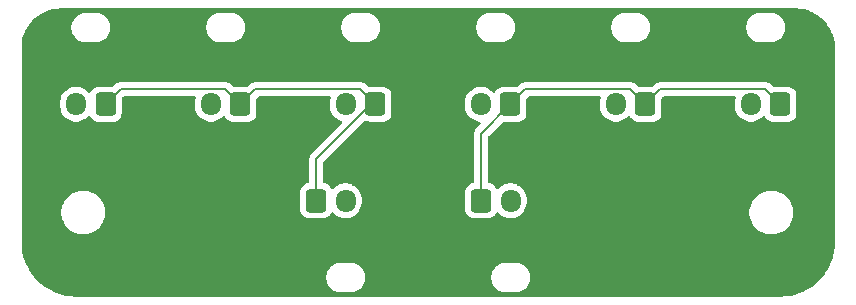
<source format=gbr>
%TF.GenerationSoftware,KiCad,Pcbnew,9.0.1*%
%TF.CreationDate,2025-04-23T20:11:47+09:00*%
%TF.ProjectId,RDC_Humanoid_CAN_chain,5244435f-4875-46d6-916e-6f69645f4341,rev?*%
%TF.SameCoordinates,Original*%
%TF.FileFunction,Copper,L2,Bot*%
%TF.FilePolarity,Positive*%
%FSLAX46Y46*%
G04 Gerber Fmt 4.6, Leading zero omitted, Abs format (unit mm)*
G04 Created by KiCad (PCBNEW 9.0.1) date 2025-04-23 20:11:47*
%MOMM*%
%LPD*%
G01*
G04 APERTURE LIST*
G04 Aperture macros list*
%AMRoundRect*
0 Rectangle with rounded corners*
0 $1 Rounding radius*
0 $2 $3 $4 $5 $6 $7 $8 $9 X,Y pos of 4 corners*
0 Add a 4 corners polygon primitive as box body*
4,1,4,$2,$3,$4,$5,$6,$7,$8,$9,$2,$3,0*
0 Add four circle primitives for the rounded corners*
1,1,$1+$1,$2,$3*
1,1,$1+$1,$4,$5*
1,1,$1+$1,$6,$7*
1,1,$1+$1,$8,$9*
0 Add four rect primitives between the rounded corners*
20,1,$1+$1,$2,$3,$4,$5,0*
20,1,$1+$1,$4,$5,$6,$7,0*
20,1,$1+$1,$6,$7,$8,$9,0*
20,1,$1+$1,$8,$9,$2,$3,0*%
G04 Aperture macros list end*
%TA.AperFunction,ComponentPad*%
%ADD10RoundRect,0.250000X-0.600000X-0.725000X0.600000X-0.725000X0.600000X0.725000X-0.600000X0.725000X0*%
%TD*%
%TA.AperFunction,ComponentPad*%
%ADD11O,1.700000X1.950000*%
%TD*%
%TA.AperFunction,ComponentPad*%
%ADD12RoundRect,0.250000X0.600000X0.725000X-0.600000X0.725000X-0.600000X-0.725000X0.600000X-0.725000X0*%
%TD*%
%TA.AperFunction,ViaPad*%
%ADD13C,0.600000*%
%TD*%
%TA.AperFunction,Conductor*%
%ADD14C,0.200000*%
%TD*%
G04 APERTURE END LIST*
D10*
%TO.P,J2,1,Pin_1*%
%TO.N,/L_Root_CAN_L*%
X63930000Y-93990000D03*
D11*
%TO.P,J2,2,Pin_2*%
%TO.N,/L_Root_CAN_H*%
X66430000Y-93990000D03*
%TO.P,J2,3,Pin_3*%
%TO.N,GND*%
X68930000Y-93990000D03*
%TD*%
D12*
%TO.P,J6,1,Pin_1*%
%TO.N,/L_Root_CAN_L*%
X89270000Y-85820000D03*
D11*
%TO.P,J6,2,Pin_2*%
%TO.N,/L_Root_CAN_H*%
X86770000Y-85820000D03*
%TD*%
D12*
%TO.P,J8,1,Pin_1*%
%TO.N,/L_Root_CAN_L*%
X66410000Y-85820000D03*
D11*
%TO.P,J8,2,Pin_2*%
%TO.N,/L_Root_CAN_H*%
X63910000Y-85820000D03*
%TD*%
D12*
%TO.P,J4,1,Pin_1*%
%TO.N,/R_Root_CAN_L*%
X43550000Y-85820000D03*
D11*
%TO.P,J4,2,Pin_2*%
%TO.N,/R_Root_CAN_H*%
X41050000Y-85820000D03*
%TD*%
D12*
%TO.P,J5,1,Pin_1*%
%TO.N,/R_Root_CAN_L*%
X32140000Y-85820000D03*
D11*
%TO.P,J5,2,Pin_2*%
%TO.N,/R_Root_CAN_H*%
X29640000Y-85820000D03*
%TD*%
D12*
%TO.P,J3,1,Pin_1*%
%TO.N,/R_Root_CAN_L*%
X54980000Y-85820000D03*
D11*
%TO.P,J3,2,Pin_2*%
%TO.N,/R_Root_CAN_H*%
X52480000Y-85820000D03*
%TD*%
D12*
%TO.P,J7,1,Pin_1*%
%TO.N,/L_Root_CAN_L*%
X77840000Y-85820000D03*
D11*
%TO.P,J7,2,Pin_2*%
%TO.N,/L_Root_CAN_H*%
X75340000Y-85820000D03*
%TD*%
D10*
%TO.P,J1,1,Pin_1*%
%TO.N,/R_Root_CAN_L*%
X49960000Y-93990000D03*
D11*
%TO.P,J1,2,Pin_2*%
%TO.N,/R_Root_CAN_H*%
X52460000Y-93990000D03*
%TO.P,J1,3,Pin_3*%
%TO.N,GND*%
X54960000Y-93990000D03*
%TD*%
D13*
%TO.N,GND*%
X59750000Y-90500000D03*
X62250000Y-92500000D03*
X67750000Y-87500000D03*
X90750000Y-87250000D03*
X79500000Y-97500000D03*
X42750000Y-83500000D03*
X54250000Y-87500000D03*
X80000000Y-83500000D03*
X73250000Y-101250000D03*
X38750000Y-78750000D03*
X51500000Y-95500000D03*
X45250000Y-85500000D03*
X54000000Y-83500000D03*
X38250000Y-83500000D03*
X84750000Y-90750000D03*
X57000000Y-78750000D03*
X93000000Y-80750000D03*
X57000000Y-91500000D03*
X68250000Y-85500000D03*
X53250000Y-92500000D03*
X63500000Y-87500000D03*
X67250000Y-83500000D03*
X79000000Y-91000000D03*
X65500000Y-95500000D03*
X67250000Y-92500000D03*
X75750000Y-83500000D03*
X76500000Y-87250000D03*
X49750000Y-101352160D03*
X56750000Y-85750000D03*
X62250000Y-85750000D03*
X47750000Y-88000000D03*
X88000000Y-87500000D03*
X73500000Y-85500000D03*
X85000000Y-85500000D03*
X48500000Y-92500000D03*
X73500000Y-97000000D03*
X26000000Y-98250000D03*
X65500000Y-92500000D03*
X93000000Y-88750000D03*
X50250000Y-83500000D03*
X84750000Y-97500000D03*
X78500000Y-101250000D03*
X83750000Y-101250000D03*
X83750000Y-83500000D03*
X62500000Y-95750000D03*
X90750000Y-84250000D03*
X50750000Y-85500000D03*
X28000000Y-78750000D03*
X61250000Y-78750000D03*
X59750000Y-96750000D03*
X79500000Y-85500000D03*
X88000000Y-83500000D03*
X69250000Y-101250000D03*
X56500000Y-101250000D03*
X26000000Y-89500000D03*
X71250000Y-83500000D03*
X80500000Y-78750000D03*
X84250000Y-78750000D03*
X26000000Y-93750000D03*
X73250000Y-90750000D03*
X62250000Y-101250000D03*
X26000000Y-85250000D03*
X45750000Y-78750000D03*
X89500000Y-101250000D03*
X51500000Y-87250000D03*
X49750000Y-78750000D03*
X30000000Y-84000000D03*
X30750000Y-87250000D03*
X93000000Y-98250000D03*
X33500000Y-78750000D03*
X33750000Y-83500000D03*
X26000000Y-81000000D03*
X51500000Y-92500000D03*
X69250000Y-78500000D03*
X39250000Y-85500000D03*
X29750000Y-101250000D03*
X46250000Y-83500000D03*
X65250000Y-88500000D03*
X36500000Y-87750000D03*
X28000000Y-86250000D03*
X48750000Y-95500000D03*
X33750000Y-85500000D03*
X64250000Y-84000000D03*
X73000000Y-78750000D03*
X34500000Y-101500000D03*
X34436261Y-96500000D03*
X46000000Y-101250000D03*
X46000000Y-97500000D03*
X46000000Y-91250000D03*
X34500000Y-91250000D03*
%TD*%
D14*
%TO.N,/R_Root_CAN_L*%
X33415000Y-84545000D02*
X42275000Y-84545000D01*
X44825000Y-84545000D02*
X53705000Y-84545000D01*
X32140000Y-85820000D02*
X33415000Y-84545000D01*
X42275000Y-84545000D02*
X43550000Y-85820000D01*
X53705000Y-84545000D02*
X54980000Y-85820000D01*
X49960000Y-93990000D02*
X49960000Y-90480000D01*
X43550000Y-85820000D02*
X44825000Y-84545000D01*
X49960000Y-90480000D02*
X54980000Y-85460000D01*
%TO.N,/L_Root_CAN_L*%
X63930000Y-93990000D02*
X63930000Y-88300000D01*
X63930000Y-88300000D02*
X66410000Y-85820000D01*
X67685000Y-84545000D02*
X66410000Y-85820000D01*
X76565000Y-84545000D02*
X67685000Y-84545000D01*
X79115000Y-84545000D02*
X77840000Y-85820000D01*
X89270000Y-85820000D02*
X87995000Y-84545000D01*
X77840000Y-85820000D02*
X76565000Y-84545000D01*
X87995000Y-84545000D02*
X79115000Y-84545000D01*
%TD*%
%TA.AperFunction,Conductor*%
%TO.N,GND*%
G36*
X90563243Y-77705669D02*
G01*
X90899450Y-77723290D01*
X90912358Y-77724647D01*
X91241677Y-77776806D01*
X91254342Y-77779497D01*
X91576422Y-77865798D01*
X91588749Y-77869803D01*
X91900038Y-77989296D01*
X91911873Y-77994565D01*
X92208976Y-78145947D01*
X92220191Y-78152423D01*
X92499832Y-78334023D01*
X92510313Y-78341638D01*
X92712484Y-78505352D01*
X92769441Y-78551475D01*
X92779086Y-78560160D01*
X93014839Y-78795913D01*
X93023524Y-78805558D01*
X93233359Y-79064683D01*
X93240978Y-79075171D01*
X93422573Y-79354802D01*
X93429055Y-79366029D01*
X93554805Y-79612826D01*
X93580429Y-79663115D01*
X93585708Y-79674972D01*
X93705193Y-79986241D01*
X93709204Y-79998586D01*
X93782953Y-80273825D01*
X93795498Y-80320642D01*
X93798196Y-80333337D01*
X93850352Y-80662641D01*
X93851709Y-80675549D01*
X93869330Y-81011756D01*
X93869500Y-81018246D01*
X93869500Y-97522293D01*
X93869382Y-97527702D01*
X93852310Y-97918723D01*
X93851367Y-97929500D01*
X93800634Y-98314848D01*
X93798756Y-98325501D01*
X93714628Y-98704978D01*
X93711828Y-98715427D01*
X93594949Y-99086120D01*
X93591249Y-99096285D01*
X93442507Y-99455381D01*
X93437935Y-99465185D01*
X93258465Y-99809942D01*
X93253057Y-99819310D01*
X93044213Y-100147130D01*
X93038008Y-100155991D01*
X92801394Y-100464353D01*
X92794440Y-100472640D01*
X92531853Y-100759204D01*
X92524204Y-100766853D01*
X92237640Y-101029440D01*
X92229353Y-101036394D01*
X91920991Y-101273008D01*
X91912130Y-101279213D01*
X91584310Y-101488057D01*
X91574942Y-101493465D01*
X91230185Y-101672935D01*
X91220381Y-101677507D01*
X90861285Y-101826249D01*
X90851120Y-101829949D01*
X90480427Y-101946828D01*
X90469978Y-101949628D01*
X90090501Y-102033756D01*
X90079848Y-102035634D01*
X89694500Y-102086367D01*
X89683723Y-102087310D01*
X89292703Y-102104382D01*
X89287294Y-102104500D01*
X29602706Y-102104500D01*
X29597297Y-102104382D01*
X29206276Y-102087310D01*
X29195501Y-102086367D01*
X29106792Y-102074688D01*
X28810151Y-102035634D01*
X28799498Y-102033756D01*
X28420021Y-101949628D01*
X28409572Y-101946828D01*
X28038879Y-101829949D01*
X28028714Y-101826249D01*
X27669618Y-101677507D01*
X27659814Y-101672935D01*
X27315057Y-101493465D01*
X27305689Y-101488057D01*
X26977869Y-101279213D01*
X26969008Y-101273008D01*
X26660646Y-101036394D01*
X26652359Y-101029440D01*
X26365795Y-100766853D01*
X26358146Y-100759204D01*
X26095559Y-100472640D01*
X26088597Y-100464343D01*
X26086943Y-100462187D01*
X26086942Y-100462186D01*
X26032762Y-100391577D01*
X50809500Y-100391577D01*
X50809500Y-100588422D01*
X50840290Y-100782826D01*
X50901117Y-100970029D01*
X50934932Y-101036394D01*
X50990476Y-101145405D01*
X51106172Y-101304646D01*
X51245354Y-101443828D01*
X51404595Y-101559524D01*
X51487455Y-101601743D01*
X51579970Y-101648882D01*
X51579972Y-101648882D01*
X51579975Y-101648884D01*
X51653996Y-101672935D01*
X51767173Y-101709709D01*
X51961578Y-101740500D01*
X51961583Y-101740500D01*
X52958422Y-101740500D01*
X53152826Y-101709709D01*
X53340025Y-101648884D01*
X53515405Y-101559524D01*
X53674646Y-101443828D01*
X53813828Y-101304646D01*
X53929524Y-101145405D01*
X54018884Y-100970025D01*
X54079709Y-100782826D01*
X54083450Y-100759204D01*
X54110500Y-100588422D01*
X54110500Y-100391577D01*
X64779500Y-100391577D01*
X64779500Y-100588422D01*
X64810290Y-100782826D01*
X64871117Y-100970029D01*
X64904932Y-101036394D01*
X64960476Y-101145405D01*
X65076172Y-101304646D01*
X65215354Y-101443828D01*
X65374595Y-101559524D01*
X65457455Y-101601743D01*
X65549970Y-101648882D01*
X65549972Y-101648882D01*
X65549975Y-101648884D01*
X65623996Y-101672935D01*
X65737173Y-101709709D01*
X65931578Y-101740500D01*
X65931583Y-101740500D01*
X66928422Y-101740500D01*
X67122826Y-101709709D01*
X67310025Y-101648884D01*
X67485405Y-101559524D01*
X67644646Y-101443828D01*
X67783828Y-101304646D01*
X67899524Y-101145405D01*
X67988884Y-100970025D01*
X68049709Y-100782826D01*
X68053450Y-100759204D01*
X68080500Y-100588422D01*
X68080500Y-100391577D01*
X68049709Y-100197173D01*
X67988882Y-100009970D01*
X67941743Y-99917455D01*
X67899524Y-99834595D01*
X67783828Y-99675354D01*
X67644646Y-99536172D01*
X67485405Y-99420476D01*
X67310029Y-99331117D01*
X67122826Y-99270290D01*
X66928422Y-99239500D01*
X66928417Y-99239500D01*
X65931583Y-99239500D01*
X65931578Y-99239500D01*
X65737173Y-99270290D01*
X65549970Y-99331117D01*
X65374594Y-99420476D01*
X65283741Y-99486485D01*
X65215354Y-99536172D01*
X65215352Y-99536174D01*
X65215351Y-99536174D01*
X65076174Y-99675351D01*
X65076174Y-99675352D01*
X65076172Y-99675354D01*
X65026485Y-99743741D01*
X64960476Y-99834594D01*
X64871117Y-100009970D01*
X64810290Y-100197173D01*
X64779500Y-100391577D01*
X54110500Y-100391577D01*
X54079709Y-100197173D01*
X54018882Y-100009970D01*
X53971743Y-99917455D01*
X53929524Y-99834595D01*
X53813828Y-99675354D01*
X53674646Y-99536172D01*
X53515405Y-99420476D01*
X53340029Y-99331117D01*
X53152826Y-99270290D01*
X52958422Y-99239500D01*
X52958417Y-99239500D01*
X51961583Y-99239500D01*
X51961578Y-99239500D01*
X51767173Y-99270290D01*
X51579970Y-99331117D01*
X51404594Y-99420476D01*
X51313741Y-99486485D01*
X51245354Y-99536172D01*
X51245352Y-99536174D01*
X51245351Y-99536174D01*
X51106174Y-99675351D01*
X51106174Y-99675352D01*
X51106172Y-99675354D01*
X51056485Y-99743741D01*
X50990476Y-99834594D01*
X50901117Y-100009970D01*
X50840290Y-100197173D01*
X50809500Y-100391577D01*
X26032762Y-100391577D01*
X25851991Y-100155991D01*
X25845786Y-100147130D01*
X25636942Y-99819310D01*
X25631534Y-99809942D01*
X25452064Y-99465185D01*
X25447492Y-99455381D01*
X25433034Y-99420476D01*
X25298744Y-99096270D01*
X25295055Y-99086135D01*
X25178168Y-98715416D01*
X25175374Y-98704990D01*
X25091241Y-98325493D01*
X25089365Y-98314848D01*
X25038630Y-97929477D01*
X25037690Y-97918742D01*
X25020618Y-97527701D01*
X25020500Y-97522293D01*
X25020500Y-94863711D01*
X28384500Y-94863711D01*
X28384500Y-95106288D01*
X28416161Y-95346785D01*
X28478947Y-95581104D01*
X28571773Y-95805205D01*
X28571776Y-95805212D01*
X28693064Y-96015289D01*
X28693066Y-96015292D01*
X28693067Y-96015293D01*
X28840733Y-96207736D01*
X28840739Y-96207743D01*
X29012256Y-96379260D01*
X29012263Y-96379266D01*
X29125321Y-96466018D01*
X29204711Y-96526936D01*
X29414788Y-96648224D01*
X29638900Y-96741054D01*
X29873211Y-96803838D01*
X30053586Y-96827584D01*
X30113711Y-96835500D01*
X30113712Y-96835500D01*
X30356289Y-96835500D01*
X30404388Y-96829167D01*
X30596789Y-96803838D01*
X30831100Y-96741054D01*
X31055212Y-96648224D01*
X31265289Y-96526936D01*
X31457738Y-96379265D01*
X31629265Y-96207738D01*
X31776936Y-96015289D01*
X31898224Y-95805212D01*
X31991054Y-95581100D01*
X32053838Y-95346789D01*
X32085500Y-95106288D01*
X32085500Y-94863712D01*
X32053838Y-94623211D01*
X31991054Y-94388900D01*
X31898224Y-94164788D01*
X31776936Y-93954711D01*
X31629265Y-93762262D01*
X31629260Y-93762256D01*
X31457743Y-93590739D01*
X31457736Y-93590733D01*
X31265293Y-93443067D01*
X31265292Y-93443066D01*
X31265289Y-93443064D01*
X31093661Y-93343974D01*
X31055214Y-93321777D01*
X31055205Y-93321773D01*
X30831104Y-93228947D01*
X30652769Y-93181162D01*
X30596789Y-93166162D01*
X30596788Y-93166161D01*
X30596785Y-93166161D01*
X30356289Y-93134500D01*
X30356288Y-93134500D01*
X30113712Y-93134500D01*
X30113711Y-93134500D01*
X29873214Y-93166161D01*
X29638895Y-93228947D01*
X29414794Y-93321773D01*
X29414785Y-93321777D01*
X29204706Y-93443067D01*
X29012263Y-93590733D01*
X29012256Y-93590739D01*
X28840739Y-93762256D01*
X28840733Y-93762263D01*
X28693067Y-93954706D01*
X28571777Y-94164785D01*
X28571773Y-94164794D01*
X28478947Y-94388895D01*
X28416161Y-94623214D01*
X28384500Y-94863711D01*
X25020500Y-94863711D01*
X25020500Y-85588713D01*
X28289500Y-85588713D01*
X28289500Y-86051286D01*
X28322753Y-86261239D01*
X28388444Y-86463414D01*
X28484951Y-86652820D01*
X28609890Y-86824786D01*
X28760213Y-86975109D01*
X28932179Y-87100048D01*
X28932181Y-87100049D01*
X28932184Y-87100051D01*
X29121588Y-87196557D01*
X29323757Y-87262246D01*
X29533713Y-87295500D01*
X29533714Y-87295500D01*
X29746286Y-87295500D01*
X29746287Y-87295500D01*
X29956243Y-87262246D01*
X30158412Y-87196557D01*
X30347816Y-87100051D01*
X30519792Y-86975104D01*
X30658604Y-86836291D01*
X30719923Y-86802809D01*
X30789615Y-86807793D01*
X30845549Y-86849664D01*
X30851821Y-86858878D01*
X30855185Y-86864333D01*
X30855186Y-86864334D01*
X30947288Y-87013656D01*
X31071344Y-87137712D01*
X31220666Y-87229814D01*
X31387203Y-87284999D01*
X31489991Y-87295500D01*
X32790008Y-87295499D01*
X32892797Y-87284999D01*
X33059334Y-87229814D01*
X33208656Y-87137712D01*
X33332712Y-87013656D01*
X33424814Y-86864334D01*
X33479999Y-86697797D01*
X33490500Y-86595009D01*
X33490499Y-85370096D01*
X33499143Y-85340657D01*
X33505667Y-85310670D01*
X33509421Y-85305654D01*
X33510184Y-85303058D01*
X33526812Y-85282421D01*
X33627417Y-85181817D01*
X33688740Y-85148334D01*
X33715097Y-85145500D01*
X39637873Y-85145500D01*
X39704912Y-85165185D01*
X39750667Y-85217989D01*
X39760611Y-85287147D01*
X39755805Y-85307813D01*
X39735568Y-85370097D01*
X39732753Y-85378760D01*
X39699500Y-85588713D01*
X39699500Y-86051286D01*
X39732753Y-86261239D01*
X39798444Y-86463414D01*
X39894951Y-86652820D01*
X40019890Y-86824786D01*
X40170213Y-86975109D01*
X40342179Y-87100048D01*
X40342181Y-87100049D01*
X40342184Y-87100051D01*
X40531588Y-87196557D01*
X40733757Y-87262246D01*
X40943713Y-87295500D01*
X40943714Y-87295500D01*
X41156286Y-87295500D01*
X41156287Y-87295500D01*
X41366243Y-87262246D01*
X41568412Y-87196557D01*
X41757816Y-87100051D01*
X41929792Y-86975104D01*
X42068604Y-86836291D01*
X42129923Y-86802809D01*
X42199615Y-86807793D01*
X42255549Y-86849664D01*
X42261821Y-86858878D01*
X42265185Y-86864333D01*
X42265186Y-86864334D01*
X42357288Y-87013656D01*
X42481344Y-87137712D01*
X42630666Y-87229814D01*
X42797203Y-87284999D01*
X42899991Y-87295500D01*
X44200008Y-87295499D01*
X44302797Y-87284999D01*
X44469334Y-87229814D01*
X44618656Y-87137712D01*
X44742712Y-87013656D01*
X44834814Y-86864334D01*
X44889999Y-86697797D01*
X44900500Y-86595009D01*
X44900499Y-85370096D01*
X44909143Y-85340657D01*
X44915667Y-85310670D01*
X44919421Y-85305654D01*
X44920184Y-85303058D01*
X44936812Y-85282421D01*
X45037417Y-85181817D01*
X45098740Y-85148334D01*
X45125097Y-85145500D01*
X51067873Y-85145500D01*
X51134912Y-85165185D01*
X51180667Y-85217989D01*
X51190611Y-85287147D01*
X51185805Y-85307813D01*
X51165568Y-85370097D01*
X51162753Y-85378760D01*
X51129500Y-85588713D01*
X51129500Y-86051286D01*
X51162753Y-86261239D01*
X51228444Y-86463414D01*
X51324951Y-86652820D01*
X51449890Y-86824786D01*
X51600213Y-86975109D01*
X51772179Y-87100048D01*
X51772181Y-87100049D01*
X51772184Y-87100051D01*
X51846094Y-87137710D01*
X51961583Y-87196555D01*
X51961585Y-87196555D01*
X51961588Y-87196557D01*
X52095667Y-87240122D01*
X52153342Y-87279560D01*
X52180540Y-87343919D01*
X52168625Y-87412765D01*
X52145029Y-87445734D01*
X49591286Y-89999478D01*
X49479481Y-90111282D01*
X49479479Y-90111285D01*
X49429361Y-90198094D01*
X49429359Y-90198096D01*
X49400425Y-90248209D01*
X49400424Y-90248210D01*
X49400423Y-90248215D01*
X49359499Y-90400943D01*
X49359499Y-90400945D01*
X49359499Y-90569046D01*
X49359500Y-90569059D01*
X49359500Y-92397465D01*
X49339815Y-92464504D01*
X49287011Y-92510259D01*
X49248102Y-92520823D01*
X49207202Y-92525001D01*
X49207200Y-92525001D01*
X49040668Y-92580185D01*
X49040663Y-92580187D01*
X48891342Y-92672289D01*
X48767289Y-92796342D01*
X48675187Y-92945663D01*
X48675185Y-92945668D01*
X48670325Y-92960334D01*
X48620001Y-93112203D01*
X48620001Y-93112204D01*
X48620000Y-93112204D01*
X48609500Y-93214983D01*
X48609500Y-94765001D01*
X48609501Y-94765018D01*
X48620000Y-94867796D01*
X48620001Y-94867799D01*
X48665894Y-95006294D01*
X48675186Y-95034334D01*
X48767288Y-95183656D01*
X48891344Y-95307712D01*
X49040666Y-95399814D01*
X49207203Y-95454999D01*
X49309991Y-95465500D01*
X50610008Y-95465499D01*
X50712797Y-95454999D01*
X50879334Y-95399814D01*
X51028656Y-95307712D01*
X51152712Y-95183656D01*
X51244814Y-95034334D01*
X51244814Y-95034331D01*
X51248178Y-95028879D01*
X51300126Y-94982154D01*
X51369088Y-94970931D01*
X51433170Y-94998774D01*
X51441398Y-95006294D01*
X51580213Y-95145109D01*
X51752179Y-95270048D01*
X51752181Y-95270049D01*
X51752184Y-95270051D01*
X51941588Y-95366557D01*
X52143757Y-95432246D01*
X52353713Y-95465500D01*
X52353714Y-95465500D01*
X52566286Y-95465500D01*
X52566287Y-95465500D01*
X52776243Y-95432246D01*
X52978412Y-95366557D01*
X53167816Y-95270051D01*
X53189789Y-95254086D01*
X53339786Y-95145109D01*
X53339788Y-95145106D01*
X53339792Y-95145104D01*
X53490104Y-94994792D01*
X53490106Y-94994788D01*
X53490109Y-94994786D01*
X53615048Y-94822820D01*
X53615047Y-94822820D01*
X53615051Y-94822816D01*
X53711557Y-94633412D01*
X53777246Y-94431243D01*
X53810500Y-94221287D01*
X53810500Y-93758713D01*
X53777246Y-93548757D01*
X53711557Y-93346588D01*
X53615051Y-93157184D01*
X53615049Y-93157181D01*
X53615048Y-93157179D01*
X53490109Y-92985213D01*
X53339786Y-92834890D01*
X53167820Y-92709951D01*
X52978414Y-92613444D01*
X52978413Y-92613443D01*
X52978412Y-92613443D01*
X52776243Y-92547754D01*
X52776241Y-92547753D01*
X52776240Y-92547753D01*
X52614957Y-92522208D01*
X52566287Y-92514500D01*
X52353713Y-92514500D01*
X52305042Y-92522208D01*
X52143760Y-92547753D01*
X51941585Y-92613444D01*
X51752179Y-92709951D01*
X51580215Y-92834889D01*
X51441398Y-92973706D01*
X51380075Y-93007190D01*
X51310383Y-93002206D01*
X51254450Y-92960334D01*
X51248178Y-92951120D01*
X51152712Y-92796344D01*
X51028657Y-92672289D01*
X51028656Y-92672288D01*
X50879334Y-92580186D01*
X50712797Y-92525001D01*
X50712795Y-92525000D01*
X50671896Y-92520822D01*
X50607205Y-92494425D01*
X50567054Y-92437244D01*
X50560500Y-92397464D01*
X50560500Y-90780096D01*
X50580185Y-90713057D01*
X50596814Y-90692420D01*
X54005649Y-87283584D01*
X54066970Y-87250101D01*
X54132329Y-87253560D01*
X54227203Y-87284999D01*
X54329991Y-87295500D01*
X55630008Y-87295499D01*
X55732797Y-87284999D01*
X55899334Y-87229814D01*
X56048656Y-87137712D01*
X56172712Y-87013656D01*
X56264814Y-86864334D01*
X56319999Y-86697797D01*
X56330500Y-86595009D01*
X56330499Y-85588713D01*
X62559500Y-85588713D01*
X62559500Y-86051286D01*
X62592753Y-86261239D01*
X62658444Y-86463414D01*
X62754951Y-86652820D01*
X62879890Y-86824786D01*
X63030213Y-86975109D01*
X63202179Y-87100048D01*
X63202181Y-87100049D01*
X63202184Y-87100051D01*
X63391588Y-87196557D01*
X63593757Y-87262246D01*
X63803713Y-87295500D01*
X63803717Y-87295500D01*
X63806400Y-87295925D01*
X63869534Y-87325854D01*
X63906466Y-87385165D01*
X63905468Y-87455028D01*
X63874684Y-87506079D01*
X63561286Y-87819478D01*
X63449481Y-87931282D01*
X63449479Y-87931285D01*
X63399361Y-88018094D01*
X63399359Y-88018096D01*
X63370425Y-88068209D01*
X63370424Y-88068210D01*
X63370423Y-88068215D01*
X63329499Y-88220943D01*
X63329499Y-88220945D01*
X63329499Y-88389046D01*
X63329500Y-88389059D01*
X63329500Y-92397465D01*
X63309815Y-92464504D01*
X63257011Y-92510259D01*
X63218102Y-92520823D01*
X63177202Y-92525001D01*
X63177200Y-92525001D01*
X63010668Y-92580185D01*
X63010663Y-92580187D01*
X62861342Y-92672289D01*
X62737289Y-92796342D01*
X62645187Y-92945663D01*
X62645185Y-92945668D01*
X62640325Y-92960334D01*
X62590001Y-93112203D01*
X62590001Y-93112204D01*
X62590000Y-93112204D01*
X62579500Y-93214983D01*
X62579500Y-94765001D01*
X62579501Y-94765018D01*
X62590000Y-94867796D01*
X62590001Y-94867799D01*
X62635894Y-95006294D01*
X62645186Y-95034334D01*
X62737288Y-95183656D01*
X62861344Y-95307712D01*
X63010666Y-95399814D01*
X63177203Y-95454999D01*
X63279991Y-95465500D01*
X64580008Y-95465499D01*
X64682797Y-95454999D01*
X64849334Y-95399814D01*
X64998656Y-95307712D01*
X65122712Y-95183656D01*
X65214814Y-95034334D01*
X65214814Y-95034331D01*
X65218178Y-95028879D01*
X65270126Y-94982154D01*
X65339088Y-94970931D01*
X65403170Y-94998774D01*
X65411398Y-95006294D01*
X65550213Y-95145109D01*
X65722179Y-95270048D01*
X65722181Y-95270049D01*
X65722184Y-95270051D01*
X65911588Y-95366557D01*
X66113757Y-95432246D01*
X66323713Y-95465500D01*
X66323714Y-95465500D01*
X66536286Y-95465500D01*
X66536287Y-95465500D01*
X66746243Y-95432246D01*
X66948412Y-95366557D01*
X67137816Y-95270051D01*
X67159789Y-95254086D01*
X67309786Y-95145109D01*
X67309788Y-95145106D01*
X67309792Y-95145104D01*
X67460104Y-94994792D01*
X67460106Y-94994788D01*
X67460109Y-94994786D01*
X67544442Y-94878711D01*
X86649500Y-94878711D01*
X86649500Y-95121288D01*
X86679186Y-95346785D01*
X86681162Y-95361789D01*
X86706138Y-95454999D01*
X86743947Y-95596104D01*
X86830560Y-95805205D01*
X86836776Y-95820212D01*
X86958064Y-96030289D01*
X86958066Y-96030292D01*
X86958067Y-96030293D01*
X87105733Y-96222736D01*
X87105739Y-96222743D01*
X87277256Y-96394260D01*
X87277262Y-96394265D01*
X87469711Y-96541936D01*
X87679788Y-96663224D01*
X87903900Y-96756054D01*
X88138211Y-96818838D01*
X88318586Y-96842584D01*
X88378711Y-96850500D01*
X88378712Y-96850500D01*
X88621289Y-96850500D01*
X88669388Y-96844167D01*
X88861789Y-96818838D01*
X89096100Y-96756054D01*
X89320212Y-96663224D01*
X89530289Y-96541936D01*
X89722738Y-96394265D01*
X89894265Y-96222738D01*
X90041936Y-96030289D01*
X90163224Y-95820212D01*
X90256054Y-95596100D01*
X90318838Y-95361789D01*
X90350500Y-95121288D01*
X90350500Y-94878712D01*
X90318838Y-94638211D01*
X90256054Y-94403900D01*
X90163224Y-94179788D01*
X90041936Y-93969711D01*
X89894265Y-93777262D01*
X89894260Y-93777256D01*
X89722743Y-93605739D01*
X89722736Y-93605733D01*
X89530293Y-93458067D01*
X89530292Y-93458066D01*
X89530289Y-93458064D01*
X89320212Y-93336776D01*
X89320205Y-93336773D01*
X89096104Y-93243947D01*
X88861785Y-93181161D01*
X88621289Y-93149500D01*
X88621288Y-93149500D01*
X88378712Y-93149500D01*
X88378711Y-93149500D01*
X88138214Y-93181161D01*
X87903895Y-93243947D01*
X87679794Y-93336773D01*
X87679785Y-93336777D01*
X87469706Y-93458067D01*
X87277263Y-93605733D01*
X87277256Y-93605739D01*
X87105739Y-93777256D01*
X87105733Y-93777263D01*
X86958067Y-93969706D01*
X86836777Y-94179785D01*
X86836773Y-94179794D01*
X86743947Y-94403895D01*
X86681161Y-94638214D01*
X86649500Y-94878711D01*
X67544442Y-94878711D01*
X67585050Y-94822818D01*
X67587321Y-94818361D01*
X67587321Y-94818360D01*
X67587322Y-94818358D01*
X67681557Y-94633412D01*
X67747246Y-94431243D01*
X67780500Y-94221287D01*
X67780500Y-93758713D01*
X67747246Y-93548757D01*
X67681557Y-93346588D01*
X67585051Y-93157184D01*
X67585049Y-93157181D01*
X67585048Y-93157179D01*
X67460109Y-92985213D01*
X67309786Y-92834890D01*
X67137820Y-92709951D01*
X66948414Y-92613444D01*
X66948413Y-92613443D01*
X66948412Y-92613443D01*
X66746243Y-92547754D01*
X66746241Y-92547753D01*
X66746240Y-92547753D01*
X66584957Y-92522208D01*
X66536287Y-92514500D01*
X66323713Y-92514500D01*
X66275042Y-92522208D01*
X66113760Y-92547753D01*
X65911585Y-92613444D01*
X65722179Y-92709951D01*
X65550215Y-92834889D01*
X65411398Y-92973706D01*
X65350075Y-93007190D01*
X65280383Y-93002206D01*
X65224450Y-92960334D01*
X65218178Y-92951120D01*
X65122712Y-92796344D01*
X64998657Y-92672289D01*
X64998656Y-92672288D01*
X64849334Y-92580186D01*
X64682797Y-92525001D01*
X64682795Y-92525000D01*
X64641896Y-92520822D01*
X64577205Y-92494425D01*
X64537054Y-92437244D01*
X64530500Y-92397464D01*
X64530500Y-88600096D01*
X64550185Y-88533057D01*
X64566814Y-88512420D01*
X65747416Y-87331817D01*
X65808739Y-87298333D01*
X65835097Y-87295499D01*
X67060002Y-87295499D01*
X67060008Y-87295499D01*
X67162797Y-87284999D01*
X67329334Y-87229814D01*
X67478656Y-87137712D01*
X67602712Y-87013656D01*
X67694814Y-86864334D01*
X67749999Y-86697797D01*
X67760500Y-86595009D01*
X67760499Y-85370096D01*
X67769143Y-85340657D01*
X67775667Y-85310670D01*
X67779421Y-85305654D01*
X67780184Y-85303058D01*
X67796812Y-85282421D01*
X67897417Y-85181817D01*
X67958740Y-85148334D01*
X67985097Y-85145500D01*
X73927873Y-85145500D01*
X73994912Y-85165185D01*
X74040667Y-85217989D01*
X74050611Y-85287147D01*
X74045805Y-85307813D01*
X74025568Y-85370097D01*
X74022753Y-85378760D01*
X73989500Y-85588713D01*
X73989500Y-86051286D01*
X74022753Y-86261239D01*
X74088444Y-86463414D01*
X74184951Y-86652820D01*
X74309890Y-86824786D01*
X74460213Y-86975109D01*
X74632179Y-87100048D01*
X74632181Y-87100049D01*
X74632184Y-87100051D01*
X74821588Y-87196557D01*
X75023757Y-87262246D01*
X75233713Y-87295500D01*
X75233714Y-87295500D01*
X75446286Y-87295500D01*
X75446287Y-87295500D01*
X75656243Y-87262246D01*
X75858412Y-87196557D01*
X76047816Y-87100051D01*
X76219792Y-86975104D01*
X76358604Y-86836291D01*
X76419923Y-86802809D01*
X76489615Y-86807793D01*
X76545549Y-86849664D01*
X76551821Y-86858878D01*
X76555185Y-86864333D01*
X76555186Y-86864334D01*
X76647288Y-87013656D01*
X76771344Y-87137712D01*
X76920666Y-87229814D01*
X77087203Y-87284999D01*
X77189991Y-87295500D01*
X78490008Y-87295499D01*
X78592797Y-87284999D01*
X78759334Y-87229814D01*
X78908656Y-87137712D01*
X79032712Y-87013656D01*
X79124814Y-86864334D01*
X79179999Y-86697797D01*
X79190500Y-86595009D01*
X79190499Y-85370096D01*
X79199143Y-85340657D01*
X79205667Y-85310670D01*
X79209421Y-85305654D01*
X79210184Y-85303058D01*
X79226812Y-85282421D01*
X79327417Y-85181817D01*
X79388740Y-85148334D01*
X79415097Y-85145500D01*
X85357873Y-85145500D01*
X85424912Y-85165185D01*
X85470667Y-85217989D01*
X85480611Y-85287147D01*
X85475805Y-85307813D01*
X85455568Y-85370097D01*
X85452753Y-85378760D01*
X85419500Y-85588713D01*
X85419500Y-86051286D01*
X85452753Y-86261239D01*
X85518444Y-86463414D01*
X85614951Y-86652820D01*
X85739890Y-86824786D01*
X85890213Y-86975109D01*
X86062179Y-87100048D01*
X86062181Y-87100049D01*
X86062184Y-87100051D01*
X86251588Y-87196557D01*
X86453757Y-87262246D01*
X86663713Y-87295500D01*
X86663714Y-87295500D01*
X86876286Y-87295500D01*
X86876287Y-87295500D01*
X87086243Y-87262246D01*
X87288412Y-87196557D01*
X87477816Y-87100051D01*
X87649792Y-86975104D01*
X87788604Y-86836291D01*
X87849923Y-86802809D01*
X87919615Y-86807793D01*
X87975549Y-86849664D01*
X87981821Y-86858878D01*
X87985185Y-86864333D01*
X87985186Y-86864334D01*
X88077288Y-87013656D01*
X88201344Y-87137712D01*
X88350666Y-87229814D01*
X88517203Y-87284999D01*
X88619991Y-87295500D01*
X89920008Y-87295499D01*
X90022797Y-87284999D01*
X90189334Y-87229814D01*
X90338656Y-87137712D01*
X90462712Y-87013656D01*
X90554814Y-86864334D01*
X90609999Y-86697797D01*
X90620500Y-86595009D01*
X90620499Y-85044992D01*
X90609999Y-84942203D01*
X90554814Y-84775666D01*
X90462712Y-84626344D01*
X90338656Y-84502288D01*
X90189334Y-84410186D01*
X90022797Y-84355001D01*
X90022795Y-84355000D01*
X89920016Y-84344500D01*
X89920009Y-84344500D01*
X88695097Y-84344500D01*
X88665656Y-84335855D01*
X88635670Y-84329332D01*
X88630654Y-84325577D01*
X88628058Y-84324815D01*
X88607416Y-84308181D01*
X88482590Y-84183355D01*
X88482588Y-84183352D01*
X88363717Y-84064481D01*
X88363716Y-84064480D01*
X88276904Y-84014360D01*
X88276904Y-84014359D01*
X88276900Y-84014358D01*
X88226785Y-83985423D01*
X88074057Y-83944499D01*
X87915943Y-83944499D01*
X87908347Y-83944499D01*
X87908331Y-83944500D01*
X79194057Y-83944500D01*
X79035942Y-83944500D01*
X78883215Y-83985423D01*
X78883214Y-83985423D01*
X78883212Y-83985424D01*
X78883209Y-83985425D01*
X78833096Y-84014359D01*
X78833095Y-84014360D01*
X78789689Y-84039420D01*
X78746285Y-84064479D01*
X78746282Y-84064481D01*
X78502583Y-84308181D01*
X78441260Y-84341666D01*
X78414902Y-84344500D01*
X77265097Y-84344500D01*
X77235656Y-84335855D01*
X77205670Y-84329332D01*
X77200654Y-84325577D01*
X77198058Y-84324815D01*
X77177416Y-84308181D01*
X77052590Y-84183355D01*
X77052588Y-84183352D01*
X76933717Y-84064481D01*
X76933716Y-84064480D01*
X76846904Y-84014360D01*
X76846904Y-84014359D01*
X76846900Y-84014358D01*
X76796785Y-83985423D01*
X76644057Y-83944499D01*
X76485943Y-83944499D01*
X76478347Y-83944499D01*
X76478331Y-83944500D01*
X67764057Y-83944500D01*
X67605942Y-83944500D01*
X67453215Y-83985423D01*
X67453214Y-83985423D01*
X67453212Y-83985424D01*
X67453209Y-83985425D01*
X67403096Y-84014359D01*
X67403095Y-84014360D01*
X67359689Y-84039420D01*
X67316285Y-84064479D01*
X67316282Y-84064481D01*
X67204480Y-84176283D01*
X67204480Y-84176284D01*
X67204478Y-84176286D01*
X67072583Y-84308181D01*
X67072582Y-84308182D01*
X67011259Y-84341666D01*
X66984901Y-84344500D01*
X65759998Y-84344500D01*
X65759981Y-84344501D01*
X65657203Y-84355000D01*
X65657200Y-84355001D01*
X65490668Y-84410185D01*
X65490663Y-84410187D01*
X65341342Y-84502289D01*
X65217289Y-84626342D01*
X65121821Y-84781121D01*
X65069873Y-84827845D01*
X65000910Y-84839068D01*
X64936828Y-84811224D01*
X64928601Y-84803705D01*
X64789786Y-84664890D01*
X64617820Y-84539951D01*
X64428414Y-84443444D01*
X64428413Y-84443443D01*
X64428412Y-84443443D01*
X64226243Y-84377754D01*
X64226241Y-84377753D01*
X64226240Y-84377753D01*
X64064957Y-84352208D01*
X64016287Y-84344500D01*
X63803713Y-84344500D01*
X63755042Y-84352208D01*
X63593760Y-84377753D01*
X63391585Y-84443444D01*
X63202179Y-84539951D01*
X63030213Y-84664890D01*
X62879890Y-84815213D01*
X62754951Y-84987179D01*
X62658444Y-85176585D01*
X62592753Y-85378760D01*
X62559500Y-85588713D01*
X56330499Y-85588713D01*
X56330499Y-85044992D01*
X56319999Y-84942203D01*
X56264814Y-84775666D01*
X56172712Y-84626344D01*
X56048656Y-84502288D01*
X55899334Y-84410186D01*
X55732797Y-84355001D01*
X55732795Y-84355000D01*
X55630016Y-84344500D01*
X55630009Y-84344500D01*
X54405097Y-84344500D01*
X54375656Y-84335855D01*
X54345670Y-84329332D01*
X54340654Y-84325577D01*
X54338058Y-84324815D01*
X54317416Y-84308181D01*
X54192590Y-84183355D01*
X54192588Y-84183352D01*
X54073717Y-84064481D01*
X54073716Y-84064480D01*
X53986904Y-84014360D01*
X53986904Y-84014359D01*
X53986900Y-84014358D01*
X53936785Y-83985423D01*
X53784057Y-83944499D01*
X53625943Y-83944499D01*
X53618347Y-83944499D01*
X53618331Y-83944500D01*
X44904057Y-83944500D01*
X44745942Y-83944500D01*
X44593215Y-83985423D01*
X44593214Y-83985423D01*
X44593212Y-83985424D01*
X44593209Y-83985425D01*
X44543096Y-84014359D01*
X44543095Y-84014360D01*
X44499689Y-84039420D01*
X44456285Y-84064479D01*
X44456282Y-84064481D01*
X44212583Y-84308181D01*
X44151260Y-84341666D01*
X44124902Y-84344500D01*
X42975097Y-84344500D01*
X42945656Y-84335855D01*
X42915670Y-84329332D01*
X42910654Y-84325577D01*
X42908058Y-84324815D01*
X42887416Y-84308181D01*
X42762590Y-84183355D01*
X42762588Y-84183352D01*
X42643717Y-84064481D01*
X42643716Y-84064480D01*
X42556904Y-84014360D01*
X42556904Y-84014359D01*
X42556900Y-84014358D01*
X42506785Y-83985423D01*
X42354057Y-83944499D01*
X42195943Y-83944499D01*
X42188347Y-83944499D01*
X42188331Y-83944500D01*
X33494057Y-83944500D01*
X33335942Y-83944500D01*
X33183215Y-83985423D01*
X33183214Y-83985423D01*
X33183212Y-83985424D01*
X33183209Y-83985425D01*
X33133096Y-84014359D01*
X33133095Y-84014360D01*
X33089689Y-84039420D01*
X33046285Y-84064479D01*
X33046282Y-84064481D01*
X32934480Y-84176283D01*
X32934480Y-84176284D01*
X32934478Y-84176286D01*
X32802583Y-84308181D01*
X32802582Y-84308182D01*
X32741259Y-84341666D01*
X32714901Y-84344500D01*
X31489998Y-84344500D01*
X31489981Y-84344501D01*
X31387203Y-84355000D01*
X31387200Y-84355001D01*
X31220668Y-84410185D01*
X31220663Y-84410187D01*
X31071342Y-84502289D01*
X30947289Y-84626342D01*
X30851821Y-84781121D01*
X30799873Y-84827845D01*
X30730910Y-84839068D01*
X30666828Y-84811224D01*
X30658601Y-84803705D01*
X30519786Y-84664890D01*
X30347820Y-84539951D01*
X30158414Y-84443444D01*
X30158413Y-84443443D01*
X30158412Y-84443443D01*
X29956243Y-84377754D01*
X29956241Y-84377753D01*
X29956240Y-84377753D01*
X29794957Y-84352208D01*
X29746287Y-84344500D01*
X29533713Y-84344500D01*
X29485042Y-84352208D01*
X29323760Y-84377753D01*
X29121585Y-84443444D01*
X28932179Y-84539951D01*
X28760213Y-84664890D01*
X28609890Y-84815213D01*
X28484951Y-84987179D01*
X28388444Y-85176585D01*
X28322753Y-85378760D01*
X28289500Y-85588713D01*
X25020500Y-85588713D01*
X25020500Y-81018246D01*
X25020670Y-81011756D01*
X25038290Y-80675549D01*
X25039647Y-80662641D01*
X25054241Y-80570500D01*
X25091806Y-80333318D01*
X25094496Y-80320661D01*
X25180799Y-79998571D01*
X25184801Y-79986256D01*
X25304298Y-79674954D01*
X25309561Y-79663133D01*
X25460951Y-79366014D01*
X25467417Y-79354816D01*
X25553943Y-79221577D01*
X29239500Y-79221577D01*
X29239500Y-79418422D01*
X29270290Y-79612826D01*
X29331117Y-79800029D01*
X29420476Y-79975405D01*
X29536172Y-80134646D01*
X29675354Y-80273828D01*
X29834595Y-80389524D01*
X29917455Y-80431743D01*
X30009970Y-80478882D01*
X30009972Y-80478882D01*
X30009975Y-80478884D01*
X30110317Y-80511487D01*
X30197173Y-80539709D01*
X30391578Y-80570500D01*
X30391583Y-80570500D01*
X31388422Y-80570500D01*
X31582826Y-80539709D01*
X31770025Y-80478884D01*
X31945405Y-80389524D01*
X32104646Y-80273828D01*
X32243828Y-80134646D01*
X32359524Y-79975405D01*
X32448884Y-79800025D01*
X32509709Y-79612826D01*
X32540500Y-79418422D01*
X32540500Y-79221577D01*
X40649500Y-79221577D01*
X40649500Y-79418422D01*
X40680290Y-79612826D01*
X40741117Y-79800029D01*
X40830476Y-79975405D01*
X40946172Y-80134646D01*
X41085354Y-80273828D01*
X41244595Y-80389524D01*
X41327455Y-80431743D01*
X41419970Y-80478882D01*
X41419972Y-80478882D01*
X41419975Y-80478884D01*
X41520317Y-80511487D01*
X41607173Y-80539709D01*
X41801578Y-80570500D01*
X41801583Y-80570500D01*
X42798422Y-80570500D01*
X42992826Y-80539709D01*
X43180025Y-80478884D01*
X43355405Y-80389524D01*
X43514646Y-80273828D01*
X43653828Y-80134646D01*
X43769524Y-79975405D01*
X43858884Y-79800025D01*
X43919709Y-79612826D01*
X43950500Y-79418422D01*
X43950500Y-79221577D01*
X52079500Y-79221577D01*
X52079500Y-79418422D01*
X52110290Y-79612826D01*
X52171117Y-79800029D01*
X52260476Y-79975405D01*
X52376172Y-80134646D01*
X52515354Y-80273828D01*
X52674595Y-80389524D01*
X52757455Y-80431743D01*
X52849970Y-80478882D01*
X52849972Y-80478882D01*
X52849975Y-80478884D01*
X52950317Y-80511487D01*
X53037173Y-80539709D01*
X53231578Y-80570500D01*
X53231583Y-80570500D01*
X54228422Y-80570500D01*
X54422826Y-80539709D01*
X54610025Y-80478884D01*
X54785405Y-80389524D01*
X54944646Y-80273828D01*
X55083828Y-80134646D01*
X55199524Y-79975405D01*
X55288884Y-79800025D01*
X55349709Y-79612826D01*
X55380500Y-79418422D01*
X55380500Y-79221577D01*
X63509500Y-79221577D01*
X63509500Y-79418422D01*
X63540290Y-79612826D01*
X63601117Y-79800029D01*
X63690476Y-79975405D01*
X63806172Y-80134646D01*
X63945354Y-80273828D01*
X64104595Y-80389524D01*
X64187455Y-80431743D01*
X64279970Y-80478882D01*
X64279972Y-80478882D01*
X64279975Y-80478884D01*
X64380317Y-80511487D01*
X64467173Y-80539709D01*
X64661578Y-80570500D01*
X64661583Y-80570500D01*
X65658422Y-80570500D01*
X65852826Y-80539709D01*
X66040025Y-80478884D01*
X66215405Y-80389524D01*
X66374646Y-80273828D01*
X66513828Y-80134646D01*
X66629524Y-79975405D01*
X66718884Y-79800025D01*
X66779709Y-79612826D01*
X66810500Y-79418422D01*
X66810500Y-79221577D01*
X74939500Y-79221577D01*
X74939500Y-79418422D01*
X74970290Y-79612826D01*
X75031117Y-79800029D01*
X75120476Y-79975405D01*
X75236172Y-80134646D01*
X75375354Y-80273828D01*
X75534595Y-80389524D01*
X75617455Y-80431743D01*
X75709970Y-80478882D01*
X75709972Y-80478882D01*
X75709975Y-80478884D01*
X75810317Y-80511487D01*
X75897173Y-80539709D01*
X76091578Y-80570500D01*
X76091583Y-80570500D01*
X77088422Y-80570500D01*
X77282826Y-80539709D01*
X77470025Y-80478884D01*
X77645405Y-80389524D01*
X77804646Y-80273828D01*
X77943828Y-80134646D01*
X78059524Y-79975405D01*
X78148884Y-79800025D01*
X78209709Y-79612826D01*
X78240500Y-79418422D01*
X78240500Y-79221577D01*
X86369500Y-79221577D01*
X86369500Y-79418422D01*
X86400290Y-79612826D01*
X86461117Y-79800029D01*
X86550476Y-79975405D01*
X86666172Y-80134646D01*
X86805354Y-80273828D01*
X86964595Y-80389524D01*
X87047455Y-80431743D01*
X87139970Y-80478882D01*
X87139972Y-80478882D01*
X87139975Y-80478884D01*
X87240317Y-80511487D01*
X87327173Y-80539709D01*
X87521578Y-80570500D01*
X87521583Y-80570500D01*
X88518422Y-80570500D01*
X88712826Y-80539709D01*
X88900025Y-80478884D01*
X89075405Y-80389524D01*
X89234646Y-80273828D01*
X89373828Y-80134646D01*
X89489524Y-79975405D01*
X89578884Y-79800025D01*
X89639709Y-79612826D01*
X89670500Y-79418422D01*
X89670500Y-79221577D01*
X89639709Y-79027173D01*
X89578882Y-78839970D01*
X89489523Y-78664594D01*
X89373828Y-78505354D01*
X89234646Y-78366172D01*
X89075405Y-78250476D01*
X88900029Y-78161117D01*
X88712826Y-78100290D01*
X88518422Y-78069500D01*
X88518417Y-78069500D01*
X87521583Y-78069500D01*
X87521578Y-78069500D01*
X87327173Y-78100290D01*
X87139970Y-78161117D01*
X86964594Y-78250476D01*
X86953812Y-78258310D01*
X86805354Y-78366172D01*
X86805352Y-78366174D01*
X86805351Y-78366174D01*
X86666174Y-78505351D01*
X86666174Y-78505352D01*
X86666172Y-78505354D01*
X86632663Y-78551475D01*
X86550476Y-78664594D01*
X86461117Y-78839970D01*
X86400290Y-79027173D01*
X86369500Y-79221577D01*
X78240500Y-79221577D01*
X78209709Y-79027173D01*
X78148882Y-78839970D01*
X78059523Y-78664594D01*
X77943828Y-78505354D01*
X77804646Y-78366172D01*
X77645405Y-78250476D01*
X77470029Y-78161117D01*
X77282826Y-78100290D01*
X77088422Y-78069500D01*
X77088417Y-78069500D01*
X76091583Y-78069500D01*
X76091578Y-78069500D01*
X75897173Y-78100290D01*
X75709970Y-78161117D01*
X75534594Y-78250476D01*
X75523812Y-78258310D01*
X75375354Y-78366172D01*
X75375352Y-78366174D01*
X75375351Y-78366174D01*
X75236174Y-78505351D01*
X75236174Y-78505352D01*
X75236172Y-78505354D01*
X75202663Y-78551475D01*
X75120476Y-78664594D01*
X75031117Y-78839970D01*
X74970290Y-79027173D01*
X74939500Y-79221577D01*
X66810500Y-79221577D01*
X66779709Y-79027173D01*
X66718882Y-78839970D01*
X66629523Y-78664594D01*
X66513828Y-78505354D01*
X66374646Y-78366172D01*
X66215405Y-78250476D01*
X66040029Y-78161117D01*
X65852826Y-78100290D01*
X65658422Y-78069500D01*
X65658417Y-78069500D01*
X64661583Y-78069500D01*
X64661578Y-78069500D01*
X64467173Y-78100290D01*
X64279970Y-78161117D01*
X64104594Y-78250476D01*
X64093812Y-78258310D01*
X63945354Y-78366172D01*
X63945352Y-78366174D01*
X63945351Y-78366174D01*
X63806174Y-78505351D01*
X63806174Y-78505352D01*
X63806172Y-78505354D01*
X63772663Y-78551475D01*
X63690476Y-78664594D01*
X63601117Y-78839970D01*
X63540290Y-79027173D01*
X63509500Y-79221577D01*
X55380500Y-79221577D01*
X55349709Y-79027173D01*
X55288882Y-78839970D01*
X55199523Y-78664594D01*
X55083828Y-78505354D01*
X54944646Y-78366172D01*
X54785405Y-78250476D01*
X54610029Y-78161117D01*
X54422826Y-78100290D01*
X54228422Y-78069500D01*
X54228417Y-78069500D01*
X53231583Y-78069500D01*
X53231578Y-78069500D01*
X53037173Y-78100290D01*
X52849970Y-78161117D01*
X52674594Y-78250476D01*
X52663812Y-78258310D01*
X52515354Y-78366172D01*
X52515352Y-78366174D01*
X52515351Y-78366174D01*
X52376174Y-78505351D01*
X52376174Y-78505352D01*
X52376172Y-78505354D01*
X52342663Y-78551475D01*
X52260476Y-78664594D01*
X52171117Y-78839970D01*
X52110290Y-79027173D01*
X52079500Y-79221577D01*
X43950500Y-79221577D01*
X43919709Y-79027173D01*
X43858882Y-78839970D01*
X43769523Y-78664594D01*
X43653828Y-78505354D01*
X43514646Y-78366172D01*
X43355405Y-78250476D01*
X43180029Y-78161117D01*
X42992826Y-78100290D01*
X42798422Y-78069500D01*
X42798417Y-78069500D01*
X41801583Y-78069500D01*
X41801578Y-78069500D01*
X41607173Y-78100290D01*
X41419970Y-78161117D01*
X41244594Y-78250476D01*
X41233812Y-78258310D01*
X41085354Y-78366172D01*
X41085352Y-78366174D01*
X41085351Y-78366174D01*
X40946174Y-78505351D01*
X40946174Y-78505352D01*
X40946172Y-78505354D01*
X40912663Y-78551475D01*
X40830476Y-78664594D01*
X40741117Y-78839970D01*
X40680290Y-79027173D01*
X40649500Y-79221577D01*
X32540500Y-79221577D01*
X32509709Y-79027173D01*
X32448882Y-78839970D01*
X32359523Y-78664594D01*
X32243828Y-78505354D01*
X32104646Y-78366172D01*
X31945405Y-78250476D01*
X31770029Y-78161117D01*
X31582826Y-78100290D01*
X31388422Y-78069500D01*
X31388417Y-78069500D01*
X30391583Y-78069500D01*
X30391578Y-78069500D01*
X30197173Y-78100290D01*
X30009970Y-78161117D01*
X29834594Y-78250476D01*
X29823812Y-78258310D01*
X29675354Y-78366172D01*
X29675352Y-78366174D01*
X29675351Y-78366174D01*
X29536174Y-78505351D01*
X29536174Y-78505352D01*
X29536172Y-78505354D01*
X29502663Y-78551475D01*
X29420476Y-78664594D01*
X29331117Y-78839970D01*
X29270290Y-79027173D01*
X29239500Y-79221577D01*
X25553943Y-79221577D01*
X25649029Y-79075158D01*
X25656631Y-79064695D01*
X25866483Y-78805548D01*
X25875150Y-78795923D01*
X26110923Y-78560150D01*
X26120548Y-78551483D01*
X26379695Y-78341631D01*
X26390158Y-78334029D01*
X26669816Y-78152417D01*
X26681014Y-78145951D01*
X26978133Y-77994561D01*
X26989954Y-77989298D01*
X27301256Y-77869801D01*
X27313571Y-77865799D01*
X27635661Y-77779496D01*
X27648318Y-77776806D01*
X27977643Y-77724646D01*
X27990547Y-77723290D01*
X28326756Y-77705669D01*
X28333246Y-77705500D01*
X28395892Y-77705500D01*
X90494108Y-77705500D01*
X90556754Y-77705500D01*
X90563243Y-77705669D01*
G37*
%TD.AperFunction*%
%TD*%
M02*

</source>
